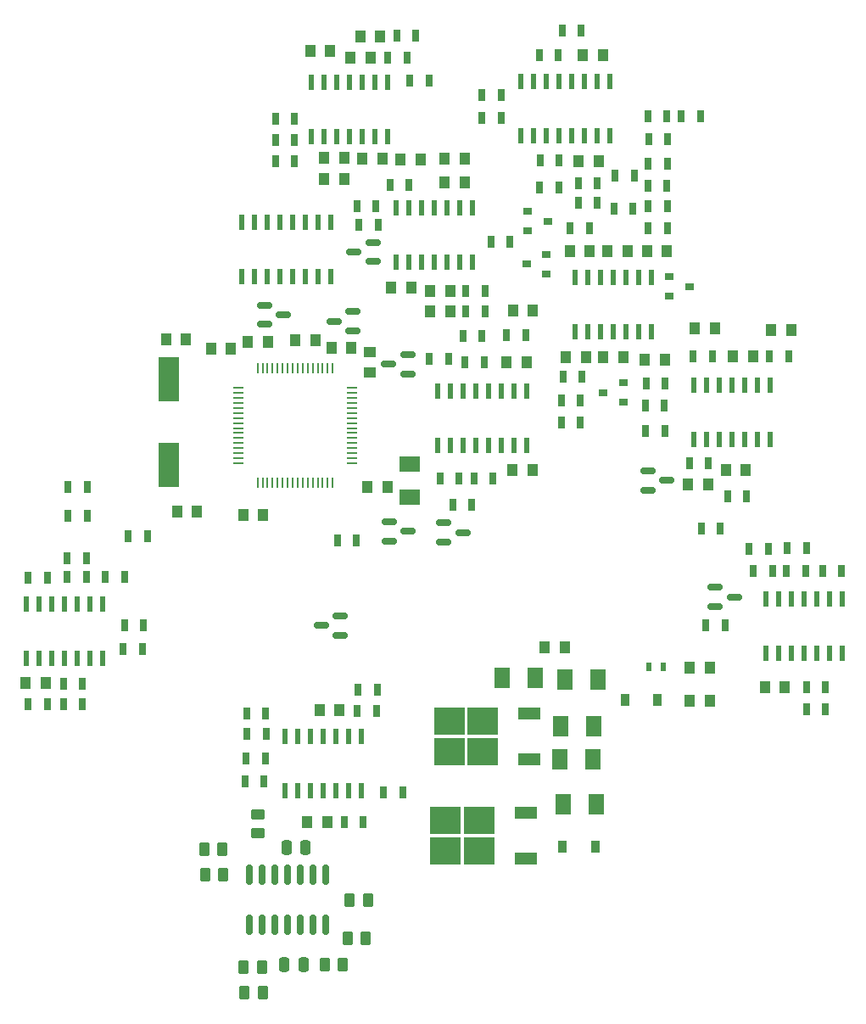
<source format=gbr>
%TF.GenerationSoftware,KiCad,Pcbnew,6.0.6+dfsg-1~bpo11+1*%
%TF.CreationDate,2023-11-30T19:30:28+01:00*%
%TF.ProjectId,touch,746f7563-682e-46b6-9963-61645f706362,rev?*%
%TF.SameCoordinates,Original*%
%TF.FileFunction,Paste,Bot*%
%TF.FilePolarity,Positive*%
%FSLAX46Y46*%
G04 Gerber Fmt 4.6, Leading zero omitted, Abs format (unit mm)*
G04 Created by KiCad (PCBNEW 6.0.6+dfsg-1~bpo11+1) date 2023-11-30 19:30:28*
%MOMM*%
%LPD*%
G01*
G04 APERTURE LIST*
G04 Aperture macros list*
%AMRoundRect*
0 Rectangle with rounded corners*
0 $1 Rounding radius*
0 $2 $3 $4 $5 $6 $7 $8 $9 X,Y pos of 4 corners*
0 Add a 4 corners polygon primitive as box body*
4,1,4,$2,$3,$4,$5,$6,$7,$8,$9,$2,$3,0*
0 Add four circle primitives for the rounded corners*
1,1,$1+$1,$2,$3*
1,1,$1+$1,$4,$5*
1,1,$1+$1,$6,$7*
1,1,$1+$1,$8,$9*
0 Add four rect primitives between the rounded corners*
20,1,$1+$1,$2,$3,$4,$5,0*
20,1,$1+$1,$4,$5,$6,$7,0*
20,1,$1+$1,$6,$7,$8,$9,0*
20,1,$1+$1,$8,$9,$2,$3,0*%
G04 Aperture macros list end*
%ADD10RoundRect,0.250000X-0.262500X-0.450000X0.262500X-0.450000X0.262500X0.450000X-0.262500X0.450000X0*%
%ADD11RoundRect,0.150000X-0.150000X0.825000X-0.150000X-0.825000X0.150000X-0.825000X0.150000X0.825000X0*%
%ADD12RoundRect,0.250000X0.450000X-0.262500X0.450000X0.262500X-0.450000X0.262500X-0.450000X-0.262500X0*%
%ADD13RoundRect,0.250000X-0.250000X-0.475000X0.250000X-0.475000X0.250000X0.475000X-0.250000X0.475000X0*%
%ADD14R,1.524000X2.032000*%
%ADD15R,1.000000X1.250000*%
%ADD16R,2.032000X1.524000*%
%ADD17R,1.250000X1.000000*%
%ADD18R,0.900000X1.200000*%
%ADD19R,0.500000X0.900000*%
%ADD20R,0.900000X0.800000*%
%ADD21R,0.700000X1.300000*%
%ADD22R,2.200000X1.200000*%
%ADD23R,3.050000X2.750000*%
%ADD24R,0.600000X1.500000*%
%ADD25R,0.250000X1.000000*%
%ADD26R,1.000000X0.250000*%
%ADD27R,2.000000X4.500000*%
%ADD28RoundRect,0.150000X0.587500X0.150000X-0.587500X0.150000X-0.587500X-0.150000X0.587500X-0.150000X0*%
%ADD29RoundRect,0.150000X-0.587500X-0.150000X0.587500X-0.150000X0.587500X0.150000X-0.587500X0.150000X0*%
G04 APERTURE END LIST*
D10*
%TO.C,R76*%
X92215000Y-139900000D03*
X94040000Y-139900000D03*
%TD*%
D11*
%TO.C,U12*%
X82430000Y-133565000D03*
X83700000Y-133565000D03*
X84970000Y-133565000D03*
X86240000Y-133565000D03*
X87510000Y-133565000D03*
X88780000Y-133565000D03*
X90050000Y-133565000D03*
X90050000Y-138515000D03*
X88780000Y-138515000D03*
X87510000Y-138515000D03*
X86240000Y-138515000D03*
X84970000Y-138515000D03*
X83700000Y-138515000D03*
X82430000Y-138515000D03*
%TD*%
D10*
%TO.C,R79*%
X81870000Y-142770000D03*
X83695000Y-142770000D03*
%TD*%
%TO.C,R78*%
X89960000Y-142510000D03*
X91785000Y-142510000D03*
%TD*%
%TO.C,R77*%
X81957500Y-145290000D03*
X83782500Y-145290000D03*
%TD*%
%TO.C,R75*%
X92460000Y-136030000D03*
X94285000Y-136030000D03*
%TD*%
%TO.C,R74*%
X78000000Y-133540000D03*
X79825000Y-133540000D03*
%TD*%
D12*
%TO.C,R73*%
X83240000Y-129352500D03*
X83240000Y-127527500D03*
%TD*%
D10*
%TO.C,R72*%
X77925000Y-131010000D03*
X79750000Y-131010000D03*
%TD*%
D13*
%TO.C,C22*%
X85930000Y-142470000D03*
X87830000Y-142470000D03*
%TD*%
%TO.C,C21*%
X86130000Y-130850000D03*
X88030000Y-130850000D03*
%TD*%
D14*
%TO.C,C1*%
X113519000Y-118740000D03*
X116821000Y-118740000D03*
%TD*%
%TO.C,C2*%
X116701000Y-122050000D03*
X113399000Y-122050000D03*
%TD*%
%TO.C,C3*%
X107699000Y-113900000D03*
X111001000Y-113900000D03*
%TD*%
D15*
%TO.C,C4*%
X111900000Y-110850000D03*
X113900000Y-110850000D03*
%TD*%
D14*
%TO.C,C5*%
X113799000Y-126500000D03*
X117101000Y-126500000D03*
%TD*%
D15*
%TO.C,C6*%
X128400000Y-116200000D03*
X126400000Y-116200000D03*
%TD*%
D14*
%TO.C,C7*%
X117201000Y-114050000D03*
X113899000Y-114050000D03*
%TD*%
D15*
%TO.C,C8*%
X126400000Y-112900000D03*
X128400000Y-112900000D03*
%TD*%
%TO.C,C9*%
X99530000Y-62120000D03*
X97530000Y-62120000D03*
%TD*%
%TO.C,C10*%
X91900000Y-64100000D03*
X89900000Y-64100000D03*
%TD*%
%TO.C,C11*%
X90500000Y-51300000D03*
X88500000Y-51300000D03*
%TD*%
%TO.C,C12*%
X93700000Y-62100000D03*
X95700000Y-62100000D03*
%TD*%
%TO.C,C13*%
X101900000Y-62100000D03*
X103900000Y-62100000D03*
%TD*%
%TO.C,C14*%
X98600000Y-74900000D03*
X96600000Y-74900000D03*
%TD*%
%TO.C,C15*%
X93500000Y-49900000D03*
X95500000Y-49900000D03*
%TD*%
%TO.C,C16*%
X100500000Y-77300000D03*
X102500000Y-77300000D03*
%TD*%
%TO.C,C17*%
X122100000Y-71300000D03*
X124100000Y-71300000D03*
%TD*%
%TO.C,C18*%
X116010000Y-81890000D03*
X114010000Y-81890000D03*
%TD*%
%TO.C,C19*%
X116400000Y-71300000D03*
X114400000Y-71300000D03*
%TD*%
%TO.C,C20*%
X121900000Y-82100000D03*
X123900000Y-82100000D03*
%TD*%
%TO.C,C25*%
X134500000Y-79200000D03*
X136500000Y-79200000D03*
%TD*%
%TO.C,C26*%
X128200000Y-94600000D03*
X126200000Y-94600000D03*
%TD*%
%TO.C,C27*%
X128900000Y-79000000D03*
X126900000Y-79000000D03*
%TD*%
%TO.C,C28*%
X108750000Y-77190000D03*
X110750000Y-77190000D03*
%TD*%
%TO.C,C29*%
X74100000Y-80100000D03*
X76100000Y-80100000D03*
%TD*%
%TO.C,C30*%
X75200000Y-97300000D03*
X77200000Y-97300000D03*
%TD*%
%TO.C,C31*%
X87000000Y-80200000D03*
X89000000Y-80200000D03*
%TD*%
D16*
%TO.C,C32*%
X98470000Y-92569000D03*
X98470000Y-95871000D03*
%TD*%
D15*
%TO.C,C33*%
X90630000Y-80980000D03*
X92630000Y-80980000D03*
%TD*%
%TO.C,C34*%
X82280000Y-80310000D03*
X84280000Y-80310000D03*
%TD*%
D17*
%TO.C,C35*%
X94450000Y-83390000D03*
X94450000Y-81390000D03*
%TD*%
D15*
%TO.C,C36*%
X94220000Y-94830000D03*
X96220000Y-94830000D03*
%TD*%
%TO.C,C37*%
X81825000Y-97600000D03*
X83825000Y-97600000D03*
%TD*%
%TO.C,C38*%
X80600000Y-81000000D03*
X78600000Y-81000000D03*
%TD*%
%TO.C,C49*%
X92500000Y-52000000D03*
X94500000Y-52000000D03*
%TD*%
%TO.C,C50*%
X101900000Y-64400000D03*
X103900000Y-64400000D03*
%TD*%
%TO.C,C51*%
X91900000Y-62000000D03*
X89900000Y-62000000D03*
%TD*%
%TO.C,C52*%
X100500000Y-75300000D03*
X102500000Y-75300000D03*
%TD*%
%TO.C,C53*%
X130000000Y-93100000D03*
X132000000Y-93100000D03*
%TD*%
%TO.C,C54*%
X117740000Y-81890000D03*
X119740000Y-81890000D03*
%TD*%
%TO.C,C55*%
X115300000Y-62300000D03*
X117300000Y-62300000D03*
%TD*%
%TO.C,C56*%
X108690000Y-93130000D03*
X110690000Y-93130000D03*
%TD*%
%TO.C,C57*%
X130700000Y-81800000D03*
X132700000Y-81800000D03*
%TD*%
%TO.C,C58*%
X118200000Y-71300000D03*
X120200000Y-71300000D03*
%TD*%
%TO.C,C59*%
X115700000Y-51700000D03*
X117700000Y-51700000D03*
%TD*%
%TO.C,C60*%
X108100000Y-82400000D03*
X110100000Y-82400000D03*
%TD*%
%TO.C,C63*%
X90200000Y-128300000D03*
X88200000Y-128300000D03*
%TD*%
%TO.C,C64*%
X89450000Y-117100000D03*
X91450000Y-117100000D03*
%TD*%
%TO.C,C65*%
X60100000Y-114400000D03*
X62100000Y-114400000D03*
%TD*%
%TO.C,C66*%
X133900000Y-114800000D03*
X135900000Y-114800000D03*
%TD*%
D18*
%TO.C,D1*%
X116950000Y-130700000D03*
X113650000Y-130700000D03*
%TD*%
%TO.C,D2*%
X119900000Y-116100000D03*
X123200000Y-116100000D03*
%TD*%
D19*
%TO.C,L1*%
X122290000Y-112820000D03*
X123790000Y-112820000D03*
%TD*%
D20*
%TO.C,Q1*%
X124380000Y-75770000D03*
X124380000Y-73870000D03*
X126380000Y-74820000D03*
%TD*%
%TO.C,Q2*%
X112100000Y-71650000D03*
X112100000Y-73550000D03*
X110100000Y-72600000D03*
%TD*%
%TO.C,Q3*%
X110200000Y-69250000D03*
X110200000Y-67350000D03*
X112200000Y-68300000D03*
%TD*%
%TO.C,Q4*%
X119740000Y-84440000D03*
X119740000Y-86340000D03*
X117740000Y-85390000D03*
%TD*%
D21*
%TO.C,R1*%
X93390000Y-68680000D03*
X95290000Y-68680000D03*
%TD*%
%TO.C,R2*%
X96450000Y-64700000D03*
X98350000Y-64700000D03*
%TD*%
%TO.C,R3*%
X93190000Y-66780000D03*
X95090000Y-66780000D03*
%TD*%
%TO.C,R4*%
X97150000Y-49800000D03*
X99050000Y-49800000D03*
%TD*%
%TO.C,R5*%
X98150000Y-52000000D03*
X96250000Y-52000000D03*
%TD*%
%TO.C,R6*%
X100350000Y-54300000D03*
X98450000Y-54300000D03*
%TD*%
%TO.C,R7*%
X122250000Y-66800000D03*
X124150000Y-66800000D03*
%TD*%
%TO.C,R8*%
X115650000Y-83800000D03*
X113750000Y-83800000D03*
%TD*%
%TO.C,R9*%
X117150000Y-66500000D03*
X115250000Y-66500000D03*
%TD*%
%TO.C,R10*%
X122050000Y-84500000D03*
X123950000Y-84500000D03*
%TD*%
%TO.C,R11*%
X124150000Y-69000000D03*
X122250000Y-69000000D03*
%TD*%
%TO.C,R12*%
X113550000Y-86200000D03*
X115450000Y-86200000D03*
%TD*%
%TO.C,R13*%
X114450000Y-69000000D03*
X116350000Y-69000000D03*
%TD*%
%TO.C,R14*%
X121950000Y-86700000D03*
X123850000Y-86700000D03*
%TD*%
%TO.C,R15*%
X122240000Y-62550000D03*
X124140000Y-62550000D03*
%TD*%
%TO.C,R16*%
X115450000Y-88400000D03*
X113550000Y-88400000D03*
%TD*%
%TO.C,R17*%
X117150000Y-64500000D03*
X115250000Y-64500000D03*
%TD*%
%TO.C,R18*%
X123890000Y-89270000D03*
X121990000Y-89270000D03*
%TD*%
%TO.C,R19*%
X111350000Y-51700000D03*
X113250000Y-51700000D03*
%TD*%
%TO.C,R20*%
X111450000Y-62200000D03*
X113350000Y-62200000D03*
%TD*%
%TO.C,R21*%
X106750000Y-94000000D03*
X104850000Y-94000000D03*
%TD*%
%TO.C,R22*%
X103950000Y-82400000D03*
X105850000Y-82400000D03*
%TD*%
%TO.C,R23*%
X136250000Y-81800000D03*
X134350000Y-81800000D03*
%TD*%
%TO.C,R24*%
X126350000Y-92500000D03*
X128250000Y-92500000D03*
%TD*%
%TO.C,R25*%
X126750000Y-81800000D03*
X128650000Y-81800000D03*
%TD*%
%TO.C,R26*%
X110000000Y-79710000D03*
X108100000Y-79710000D03*
%TD*%
%TO.C,R27*%
X95850000Y-125350000D03*
X97750000Y-125350000D03*
%TD*%
%TO.C,R28*%
X93800000Y-128300000D03*
X91900000Y-128300000D03*
%TD*%
%TO.C,R29*%
X62250000Y-103900000D03*
X60350000Y-103900000D03*
%TD*%
%TO.C,R30*%
X66150000Y-103800000D03*
X64250000Y-103800000D03*
%TD*%
%TO.C,R31*%
X66150000Y-101900000D03*
X64250000Y-101900000D03*
%TD*%
%TO.C,R32*%
X63850000Y-114500000D03*
X65750000Y-114500000D03*
%TD*%
%TO.C,R33*%
X63850000Y-116500000D03*
X65750000Y-116500000D03*
%TD*%
%TO.C,R34*%
X62250000Y-116500000D03*
X60350000Y-116500000D03*
%TD*%
%TO.C,R35*%
X66250000Y-94800000D03*
X64350000Y-94800000D03*
%TD*%
%TO.C,R36*%
X66250000Y-97700000D03*
X64350000Y-97700000D03*
%TD*%
%TO.C,R37*%
X72250000Y-99700000D03*
X70350000Y-99700000D03*
%TD*%
%TO.C,R38*%
X71750000Y-111000000D03*
X69850000Y-111000000D03*
%TD*%
%TO.C,R39*%
X71850000Y-108600000D03*
X69950000Y-108600000D03*
%TD*%
%TO.C,R40*%
X69950000Y-103800000D03*
X68050000Y-103800000D03*
%TD*%
%TO.C,R41*%
X134650000Y-103200000D03*
X132750000Y-103200000D03*
%TD*%
%TO.C,R42*%
X136050000Y-103200000D03*
X137950000Y-103200000D03*
%TD*%
%TO.C,R43*%
X141550000Y-103200000D03*
X139650000Y-103200000D03*
%TD*%
%TO.C,R44*%
X138050000Y-114800000D03*
X139950000Y-114800000D03*
%TD*%
%TO.C,R45*%
X138050000Y-117000000D03*
X139950000Y-117000000D03*
%TD*%
%TO.C,R47*%
X132330000Y-101010000D03*
X134230000Y-101010000D03*
%TD*%
%TO.C,R48*%
X136150000Y-100940000D03*
X138050000Y-100940000D03*
%TD*%
%TO.C,R49*%
X130170000Y-95770000D03*
X132070000Y-95770000D03*
%TD*%
%TO.C,R50*%
X127520000Y-98960000D03*
X129420000Y-98960000D03*
%TD*%
%TO.C,R51*%
X128020000Y-108610000D03*
X129920000Y-108610000D03*
%TD*%
%TO.C,R53*%
X102320000Y-82070000D03*
X100420000Y-82070000D03*
%TD*%
%TO.C,R54*%
X103750000Y-79800000D03*
X105650000Y-79800000D03*
%TD*%
%TO.C,R55*%
X107550000Y-55700000D03*
X105650000Y-55700000D03*
%TD*%
%TO.C,R56*%
X115550000Y-49300000D03*
X113650000Y-49300000D03*
%TD*%
%TO.C,R57*%
X107550000Y-58000000D03*
X105650000Y-58000000D03*
%TD*%
%TO.C,R58*%
X103350000Y-94000000D03*
X101450000Y-94000000D03*
%TD*%
%TO.C,R59*%
X111400000Y-64960000D03*
X113300000Y-64960000D03*
%TD*%
%TO.C,R60*%
X102750000Y-96600000D03*
X104650000Y-96600000D03*
%TD*%
%TO.C,R61*%
X85050000Y-58100000D03*
X86950000Y-58100000D03*
%TD*%
%TO.C,R62*%
X86950000Y-60200000D03*
X85050000Y-60200000D03*
%TD*%
%TO.C,R63*%
X85050000Y-62300000D03*
X86950000Y-62300000D03*
%TD*%
%TO.C,R64*%
X104050000Y-77300000D03*
X105950000Y-77300000D03*
%TD*%
%TO.C,R65*%
X105950000Y-75300000D03*
X104050000Y-75300000D03*
%TD*%
%TO.C,R66*%
X108450000Y-70400000D03*
X106550000Y-70400000D03*
%TD*%
%TO.C,R85*%
X83900000Y-124250000D03*
X82000000Y-124250000D03*
%TD*%
%TO.C,R86*%
X82100000Y-121950000D03*
X84000000Y-121950000D03*
%TD*%
%TO.C,R87*%
X82150000Y-117450000D03*
X84050000Y-117450000D03*
%TD*%
%TO.C,R88*%
X93200000Y-117150000D03*
X95100000Y-117150000D03*
%TD*%
%TO.C,R89*%
X84100000Y-119500000D03*
X82200000Y-119500000D03*
%TD*%
%TO.C,R90*%
X95200000Y-115100000D03*
X93300000Y-115100000D03*
%TD*%
D22*
%TO.C,U1*%
X110350000Y-117470000D03*
D23*
X102375000Y-121275000D03*
X105725000Y-121275000D03*
X102375000Y-118225000D03*
X105725000Y-118225000D03*
D22*
X110350000Y-122030000D03*
%TD*%
%TO.C,U2*%
X110000000Y-127370000D03*
D23*
X105375000Y-128125000D03*
X105375000Y-131175000D03*
X102025000Y-131175000D03*
X102025000Y-128125000D03*
D22*
X110000000Y-131930000D03*
%TD*%
D24*
%TO.C,U3*%
X97090000Y-67000000D03*
X98360000Y-67000000D03*
X99630000Y-67000000D03*
X100900000Y-67000000D03*
X102170000Y-67000000D03*
X103440000Y-67000000D03*
X104710000Y-67000000D03*
X104710000Y-72400000D03*
X103440000Y-72400000D03*
X102170000Y-72400000D03*
X100900000Y-72400000D03*
X99630000Y-72400000D03*
X98360000Y-72400000D03*
X97090000Y-72400000D03*
%TD*%
%TO.C,U4*%
X88640000Y-54450000D03*
X89910000Y-54450000D03*
X91180000Y-54450000D03*
X92450000Y-54450000D03*
X93720000Y-54450000D03*
X94990000Y-54450000D03*
X96260000Y-54450000D03*
X96260000Y-59850000D03*
X94990000Y-59850000D03*
X93720000Y-59850000D03*
X92450000Y-59850000D03*
X91180000Y-59850000D03*
X89910000Y-59850000D03*
X88640000Y-59850000D03*
%TD*%
%TO.C,U5*%
X122560000Y-79300000D03*
X121290000Y-79300000D03*
X120020000Y-79300000D03*
X118750000Y-79300000D03*
X117480000Y-79300000D03*
X116210000Y-79300000D03*
X114940000Y-79300000D03*
X114940000Y-73900000D03*
X116210000Y-73900000D03*
X117480000Y-73900000D03*
X118750000Y-73900000D03*
X120020000Y-73900000D03*
X121290000Y-73900000D03*
X122560000Y-73900000D03*
%TD*%
%TO.C,U6*%
X81655000Y-68400000D03*
X82925000Y-68400000D03*
X84195000Y-68400000D03*
X85465000Y-68400000D03*
X86735000Y-68400000D03*
X88005000Y-68400000D03*
X89275000Y-68400000D03*
X90545000Y-68400000D03*
X90545000Y-73800000D03*
X89275000Y-73800000D03*
X88005000Y-73800000D03*
X86735000Y-73800000D03*
X85465000Y-73800000D03*
X84195000Y-73800000D03*
X82925000Y-73800000D03*
X81655000Y-73800000D03*
%TD*%
%TO.C,U7*%
X109555000Y-54400000D03*
X110825000Y-54400000D03*
X112095000Y-54400000D03*
X113365000Y-54400000D03*
X114635000Y-54400000D03*
X115905000Y-54400000D03*
X117175000Y-54400000D03*
X118445000Y-54400000D03*
X118445000Y-59800000D03*
X117175000Y-59800000D03*
X115905000Y-59800000D03*
X114635000Y-59800000D03*
X113365000Y-59800000D03*
X112095000Y-59800000D03*
X110825000Y-59800000D03*
X109555000Y-59800000D03*
%TD*%
%TO.C,U8*%
X101255000Y-85300000D03*
X102525000Y-85300000D03*
X103795000Y-85300000D03*
X105065000Y-85300000D03*
X106335000Y-85300000D03*
X107605000Y-85300000D03*
X108875000Y-85300000D03*
X110145000Y-85300000D03*
X110145000Y-90700000D03*
X108875000Y-90700000D03*
X107605000Y-90700000D03*
X106335000Y-90700000D03*
X105065000Y-90700000D03*
X103795000Y-90700000D03*
X102525000Y-90700000D03*
X101255000Y-90700000D03*
%TD*%
%TO.C,U9*%
X134410000Y-90100000D03*
X133140000Y-90100000D03*
X131870000Y-90100000D03*
X130600000Y-90100000D03*
X129330000Y-90100000D03*
X128060000Y-90100000D03*
X126790000Y-90100000D03*
X126790000Y-84700000D03*
X128060000Y-84700000D03*
X129330000Y-84700000D03*
X130600000Y-84700000D03*
X131870000Y-84700000D03*
X133140000Y-84700000D03*
X134410000Y-84700000D03*
%TD*%
%TO.C,U10*%
X93610000Y-125150000D03*
X92340000Y-125150000D03*
X91070000Y-125150000D03*
X89800000Y-125150000D03*
X88530000Y-125150000D03*
X87260000Y-125150000D03*
X85990000Y-125150000D03*
X85990000Y-119750000D03*
X87260000Y-119750000D03*
X88530000Y-119750000D03*
X89800000Y-119750000D03*
X91070000Y-119750000D03*
X92340000Y-119750000D03*
X93610000Y-119750000D03*
%TD*%
D25*
%TO.C,U11*%
X83250000Y-83000000D03*
X83750000Y-83000000D03*
X84250000Y-83000000D03*
X84750000Y-83000000D03*
X85250000Y-83000000D03*
X85750000Y-83000000D03*
X86250000Y-83000000D03*
X86750000Y-83000000D03*
X87250000Y-83000000D03*
X87750000Y-83000000D03*
X88250000Y-83000000D03*
X88750000Y-83000000D03*
X89250000Y-83000000D03*
X89750000Y-83000000D03*
X90250000Y-83000000D03*
X90750000Y-83000000D03*
D26*
X92700000Y-84950000D03*
X92700000Y-85450000D03*
X92700000Y-85950000D03*
X92700000Y-86450000D03*
X92700000Y-86950000D03*
X92700000Y-87450000D03*
X92700000Y-87950000D03*
X92700000Y-88450000D03*
X92700000Y-88950000D03*
X92700000Y-89450000D03*
X92700000Y-89950000D03*
X92700000Y-90450000D03*
X92700000Y-90950000D03*
X92700000Y-91450000D03*
X92700000Y-91950000D03*
X92700000Y-92450000D03*
D25*
X90750000Y-94400000D03*
X90250000Y-94400000D03*
X89750000Y-94400000D03*
X89250000Y-94400000D03*
X88750000Y-94400000D03*
X88250000Y-94400000D03*
X87750000Y-94400000D03*
X87250000Y-94400000D03*
X86750000Y-94400000D03*
X86250000Y-94400000D03*
X85750000Y-94400000D03*
X85250000Y-94400000D03*
X84750000Y-94400000D03*
X84250000Y-94400000D03*
X83750000Y-94400000D03*
X83250000Y-94400000D03*
D26*
X81300000Y-92450000D03*
X81300000Y-91950000D03*
X81300000Y-91450000D03*
X81300000Y-90950000D03*
X81300000Y-90450000D03*
X81300000Y-89950000D03*
X81300000Y-89450000D03*
X81300000Y-88950000D03*
X81300000Y-88450000D03*
X81300000Y-87950000D03*
X81300000Y-87450000D03*
X81300000Y-86950000D03*
X81300000Y-86450000D03*
X81300000Y-85950000D03*
X81300000Y-85450000D03*
X81300000Y-84950000D03*
%TD*%
D24*
%TO.C,U13*%
X60190000Y-106550000D03*
X61460000Y-106550000D03*
X62730000Y-106550000D03*
X64000000Y-106550000D03*
X65270000Y-106550000D03*
X66540000Y-106550000D03*
X67810000Y-106550000D03*
X67810000Y-111950000D03*
X66540000Y-111950000D03*
X65270000Y-111950000D03*
X64000000Y-111950000D03*
X62730000Y-111950000D03*
X61460000Y-111950000D03*
X60190000Y-111950000D03*
%TD*%
%TO.C,U14*%
X133990000Y-106000000D03*
X135260000Y-106000000D03*
X136530000Y-106000000D03*
X137800000Y-106000000D03*
X139070000Y-106000000D03*
X140340000Y-106000000D03*
X141610000Y-106000000D03*
X141610000Y-111400000D03*
X140340000Y-111400000D03*
X139070000Y-111400000D03*
X137800000Y-111400000D03*
X136530000Y-111400000D03*
X135260000Y-111400000D03*
X133990000Y-111400000D03*
%TD*%
D27*
%TO.C,Y1*%
X74400000Y-92600000D03*
X74400000Y-84100000D03*
%TD*%
D21*
%TO.C,R46*%
X125540000Y-57820000D03*
X127440000Y-57820000D03*
%TD*%
%TO.C,R52*%
X122230000Y-57820000D03*
X124130000Y-57820000D03*
%TD*%
%TO.C,R67*%
X122230000Y-64770000D03*
X124130000Y-64770000D03*
%TD*%
%TO.C,R68*%
X122270000Y-60100000D03*
X124170000Y-60100000D03*
%TD*%
%TO.C,R69*%
X118840000Y-67100000D03*
X120740000Y-67100000D03*
%TD*%
%TO.C,R70*%
X118930000Y-63770000D03*
X120830000Y-63770000D03*
%TD*%
%TO.C,R71*%
X93110000Y-100130000D03*
X91210000Y-100130000D03*
%TD*%
D28*
%TO.C,D8*%
X92797500Y-77330000D03*
X92797500Y-79230000D03*
X90922500Y-78280000D03*
%TD*%
%TO.C,D6*%
X91527500Y-107710000D03*
X91527500Y-109610000D03*
X89652500Y-108660000D03*
%TD*%
D29*
%TO.C,D3*%
X96385000Y-100220000D03*
X96385000Y-98320000D03*
X98260000Y-99270000D03*
%TD*%
D28*
%TO.C,D4*%
X94760000Y-70440000D03*
X94760000Y-72340000D03*
X92885000Y-71390000D03*
%TD*%
D29*
%TO.C,D5*%
X83982500Y-78570000D03*
X83982500Y-76670000D03*
X85857500Y-77620000D03*
%TD*%
%TO.C,D11*%
X122252500Y-95130000D03*
X122252500Y-93230000D03*
X124127500Y-94180000D03*
%TD*%
%TO.C,D9*%
X128952500Y-106750000D03*
X128952500Y-104850000D03*
X130827500Y-105800000D03*
%TD*%
%TO.C,D7*%
X101852500Y-100310000D03*
X101852500Y-98410000D03*
X103727500Y-99360000D03*
%TD*%
D28*
%TO.C,D10*%
X98227500Y-81640000D03*
X98227500Y-83540000D03*
X96352500Y-82590000D03*
%TD*%
M02*

</source>
